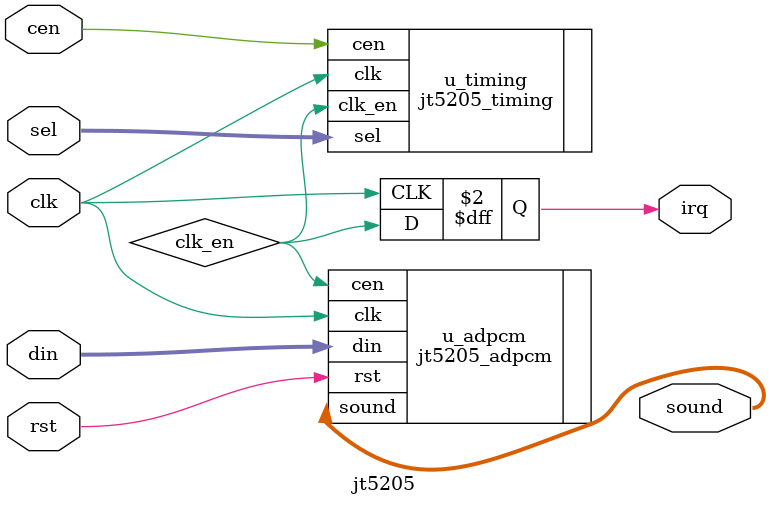
<source format=v>
/*  This file is part of JT5205.
    JT5205 program is free software: you can redistribute it and/or modify
    it under the terms of the GNU General Public License as published by
    the Free Software Foundation, either version 3 of the License, or
    (at your option) any later version.

    JT5205 program is distributed in the hope that it will be useful,
    but WITHOUT ANY WARRANTY; without even the implied warranty of
    MERCHANTABILITY or FITNESS FOR A PARTICULAR PURPOSE.  See the
    GNU General Public License for more details.

    You should have received a copy of the GNU General Public License
    along with JT5205.  If not, see <http://www.gnu.org/licenses/>.

    Author: Jose Tejada Gomez. Twitter: @topapate
    Version: 1.0
    Date: 30-10-2019 */

module jt5205(
    input                  rst,
    input                  clk,
    input                  cen /* direct_enable */,        
    input         [ 1:0]   sel,        // s pin
    input         [ 3:0]   din,
    output signed [11:0]   sound,
    // This output pin is not part of MSM5205 I/O
    // It helps integrating the system as it produces
    // a strobe
    // at the internal clock divider pace
    output reg             irq
);

wire clk_en;        // internal clock enable signal dictated by sel bits

always @(posedge clk) irq<=clk_en;

jt5205_timing u_timing(
    .clk    ( clk       ),
    .cen    ( cen       ),
    .sel    ( sel       ),
    .clk_en ( clk_en    )
);

jt5205_adpcm u_adpcm(
    .rst    ( rst       ),
    .clk    ( clk       ),
    .cen    ( clk_en    ),
    .din    ( din       ),
    .sound  ( sound     )
);

endmodule
</source>
